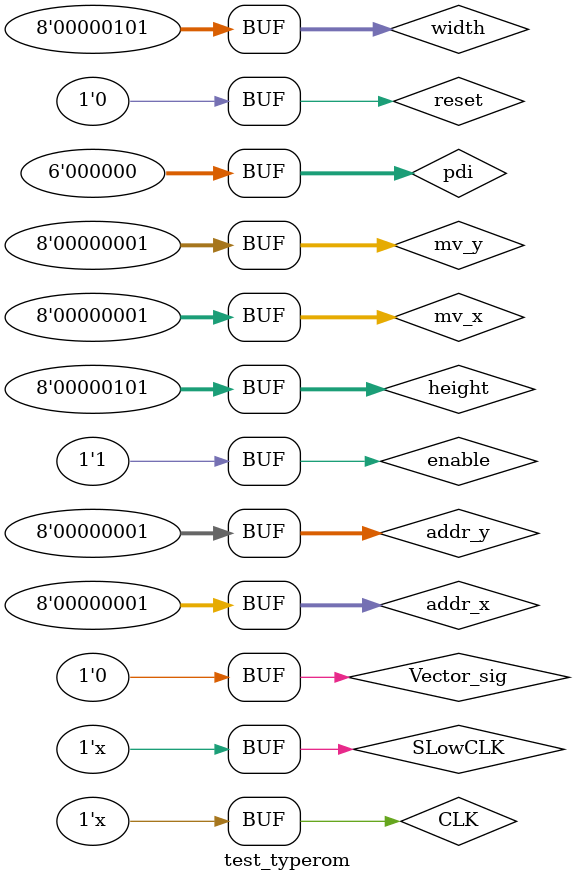
<source format=v>
`timescale 1ns / 1ps


module test_typerom;

	// Inputs
	reg enable;
	reg CLK;
	reg reset;
	reg SLowCLK;
	reg [7:0] height;
	reg [7:0] width;
	reg Vector_sig;
	reg [7:0] mv_x;
	reg [7:0] addr_x;
	reg [7:0] mv_y;
	reg [7:0] addr_y;
	reg [5:0] pdi;

	// Outputs
	wire Nxt_block_sig;
	wire MVF_complete_sig;

	// Instantiate the Unit Under Test (UUT)
	top uut (
		.enable(enable), 
		.CLK(CLK), 
		.reset(reset), 
		.Slow_clk(SLowCLK), 
		.height(height), 
		.width(width), 
		.Vector_sig(Vector_sig), 
		.mv_x(mv_x), 
		.addr_x(addr_x), 
		.mv_y(mv_y), 
		.addr_y(addr_y), 
		.Nxt_block_sig(Nxt_block_sig), 
		.MVF_complete_sig(MVF_complete_sig)
	);

	initial begin
		// Initialize Inputs
		enable = 0;
		CLK = 0;
		reset = 0;
		SLowCLK = 0;
		height = 5;
		width = 5;
		Vector_sig = 0;
		mv_x = 0;
		addr_x = 0;
		mv_y = 0;
		addr_y = 0;
		pdi = 0;

		// Wait 100 ns for global reset to finish
		#10;
		reset = 1;
		
		#10
		reset = 0;
		enable = 1;
		Vector_sig = 0;
		mv_x = 1;
		addr_x = 1;
		mv_y = 1;
		addr_y = 1;
		
		#100
		Vector_sig = 1;
		#20
		Vector_sig = 0;
        
		// Add stimulus here

	end
   always #10 CLK = ~CLK;
	always #10 SLowCLK = ~SLowCLK;
endmodule


</source>
